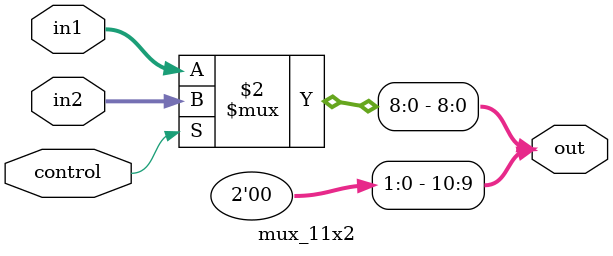
<source format=v>
module mux_5x2(input [4:0] in1 , input [4:0] in2  , input control ,output reg [4:0] out );
	
	always @ (in1 , in2 , control)
		out <= control ? in2 : in1;

endmodule
module mux_32x2(input [31:0] in1 , input [31:0] in2  , input control ,output reg [31:0] out);
	
	always @ (in1 , in2 , control)
		out <= control ? in2 : in1;

endmodule

module sign_extend(input [15:0]in , output reg [31:0]out );

	always @(in) begin
		out [15:0]  <=  in[15:0];
		out [31:16] <= {16{in[15]}};
	end
	
endmodule

module mux_32x3(input [31:0] in1 , input [31:0] in2  , input [31:0] in3 , input[1:0] control ,output reg [31:0] out ) ;
 
	always @ (in1 , in2, in3, control) begin
		if (control == 2'b00) out <= in1;
		else if (control == 2'b01) out <= in2;
		else if (control == 2'b10) out <= in3;
		else out <= 32'bx;
	end

endmodule 

module mux_11x2(input [8:0] in1 , input [8:0] in2  , input control ,output reg [10:0] out);
	
	always @ (in1 , in2 , control)
		out <= control ? in2 : in1;

endmodule
</source>
